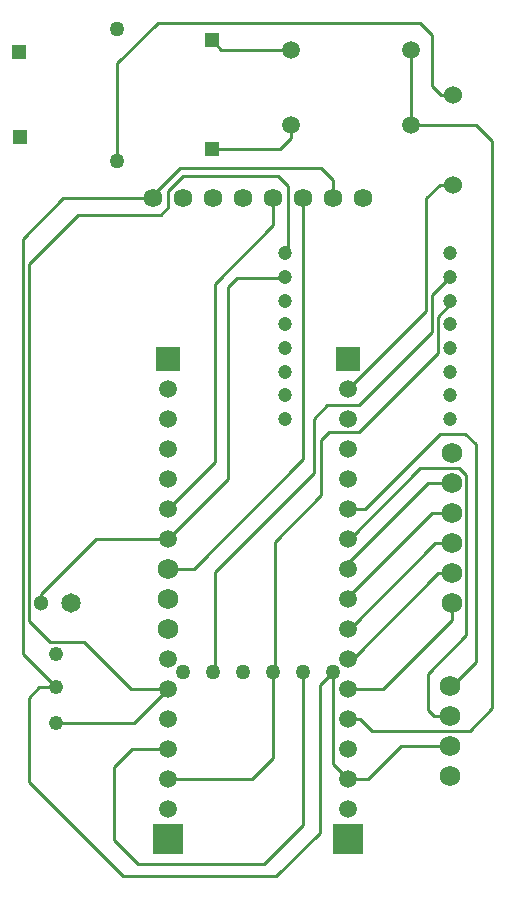
<source format=gtl>
G04 Layer: TopLayer*
G04 EasyEDA v6.5.40, 2024-06-27 16:13:32*
G04 238aab5cf2124ce88d5ddd1cd96433f3,df7e7e3c38a3447abd37b529b333d242,10*
G04 Gerber Generator version 0.2*
G04 Scale: 100 percent, Rotated: No, Reflected: No *
G04 Dimensions in millimeters *
G04 leading zeros omitted , absolute positions ,4 integer and 5 decimal *
%FSLAX45Y45*%
%MOMM*%

%ADD10C,0.2540*%
%ADD11R,1.2600X1.2600*%
%ADD12C,1.2000*%
%ADD13C,1.5900*%
%ADD14C,1.2600*%
%ADD15C,1.5240*%
%ADD16C,1.7500*%
%ADD17C,1.2116*%
%ADD18C,1.3000*%
%ADD19C,1.6510*%
%ADD20C,1.7500*%
%ADD21C,1.5000*%
%ADD22R,2.0000X2.0000*%
%ADD23R,2.5400X2.5400*%

%LPD*%
D10*
X1447800Y5511800D02*
G01*
X1447800Y6337300D01*
X1790700Y6680200D01*
X4013200Y6680200D01*
X4114800Y6578600D01*
X4114800Y6146800D01*
X4191000Y6070600D01*
X4292600Y6070600D01*
X1879600Y1041400D02*
G01*
X1562100Y1041400D01*
X1168400Y1435100D01*
X876300Y1435100D01*
X698500Y1612900D01*
X698500Y4635500D01*
X1117600Y5054600D01*
X1816100Y5054600D01*
X1879600Y5118100D01*
X1879600Y5257800D01*
X2006600Y5384800D01*
X2806700Y5384800D01*
X2895600Y5295900D01*
X2895600Y4752797D01*
X2868701Y4725898D01*
X1752600Y5192191D02*
G01*
X1752600Y5219700D01*
X1981200Y5448300D01*
X3175000Y5448300D01*
X3276600Y5346700D01*
X3276600Y5192191D01*
X4268724Y4526026D02*
G01*
X4114800Y4372102D01*
X4114800Y4064000D01*
X3492500Y3441700D01*
X3225800Y3441700D01*
X3111500Y3327400D01*
X3111500Y2870200D01*
X2273300Y2032000D01*
X2273300Y1194562D01*
X2260600Y1181862D01*
X3022600Y5192268D02*
G01*
X3022600Y2984500D01*
X2095500Y2057400D01*
X1879600Y2057400D01*
X927100Y1054100D02*
G01*
X787400Y1054100D01*
X698500Y965200D01*
X698500Y254000D01*
X1498600Y-546100D01*
X2794000Y-546100D01*
X3162300Y-177800D01*
X3162300Y1067688D01*
X3276600Y1181988D01*
X927100Y1054100D02*
G01*
X647700Y1333500D01*
X647700Y4851400D01*
X990600Y5194300D01*
X1752600Y5192268D01*
X3937000Y5816600D02*
G01*
X4483100Y5816600D01*
X4622800Y5676900D01*
X4622800Y876300D01*
X4432300Y685800D01*
X3606800Y685800D01*
X3505200Y787400D01*
X3403600Y787400D01*
X4268724Y4325873D02*
G01*
X4268724Y4294123D01*
X4165600Y4191000D01*
X4165600Y3886200D01*
X3492500Y3213100D01*
X3238500Y3213100D01*
X3175000Y3149600D01*
X3175000Y2679700D01*
X2781300Y2286000D01*
X2781300Y1194562D01*
X2768600Y1181862D01*
X3403600Y3581400D02*
G01*
X4064000Y4241800D01*
X4064000Y5194300D01*
X4178300Y5308600D01*
X4292600Y5308600D01*
X1879600Y2311400D02*
G01*
X2387600Y2819400D01*
X2387600Y4445000D01*
X2463800Y4521200D01*
X2864002Y4521200D01*
X2868701Y4525898D01*
X1879600Y2565400D02*
G01*
X2273300Y2959100D01*
X2273300Y4470400D01*
X2768600Y4965700D01*
X2768600Y5192191D01*
X3403600Y2311400D02*
G01*
X3416300Y2311400D01*
X4013200Y2908300D01*
X4343400Y2908300D01*
X4404359Y2847339D01*
X4404359Y1496060D01*
X4076700Y1168400D01*
X4076700Y863600D01*
X4127500Y812800D01*
X4267200Y812800D01*
X4267200Y1066800D02*
G01*
X4279900Y1066800D01*
X4483100Y1270000D01*
X4483100Y3111500D01*
X4394200Y3200400D01*
X4178300Y3200400D01*
X3543300Y2565400D01*
X3403600Y2565400D01*
X3403600Y279400D02*
G01*
X3568700Y279400D01*
X3848100Y558800D01*
X4267200Y558800D01*
X3403600Y2057400D02*
G01*
X3403600Y2108200D01*
X4076700Y2781300D01*
X4279900Y2781300D01*
X3403600Y1803400D02*
G01*
X3403600Y1816100D01*
X4114800Y2527300D01*
X4279900Y2527300D01*
X3403600Y1549400D02*
G01*
X3416300Y1549400D01*
X4140200Y2273300D01*
X4279900Y2273300D01*
X3403600Y1295400D02*
G01*
X3441700Y1295400D01*
X4165600Y2019300D01*
X4279900Y2019300D01*
X3403600Y1041400D02*
G01*
X3695700Y1041400D01*
X4279900Y1625600D01*
X4279900Y1765300D01*
X2768600Y1181988D02*
G01*
X2768600Y457200D01*
X2590800Y279400D01*
X1879600Y279400D01*
X3022600Y1181862D02*
G01*
X3022600Y-114300D01*
X2692400Y-444500D01*
X1625600Y-444500D01*
X1422400Y-241300D01*
X1422400Y381000D01*
X1574800Y533400D01*
X1879600Y533400D01*
X3276600Y1181988D02*
G01*
X3276600Y406400D01*
X3403600Y279400D01*
X1854200Y1841500D02*
G01*
X1892300Y1841500D01*
X3937000Y5816600D02*
G01*
X3937000Y6451600D01*
X927100Y749300D02*
G01*
X1587500Y749300D01*
X1879600Y1041400D01*
X800100Y1765300D02*
G01*
X800100Y1841500D01*
X1270000Y2311400D01*
X1879600Y2311400D01*
X2247900Y5611799D02*
G01*
X2830499Y5611799D01*
X2921000Y5702300D01*
X2921000Y5816600D01*
X2247900Y6529323D02*
G01*
X2324100Y6451600D01*
X2921000Y6451600D01*
D11*
G01*
X620699Y6429400D03*
G01*
X626694Y5711799D03*
D12*
G01*
X2868701Y3325901D03*
G01*
X2868701Y3525901D03*
G01*
X2868701Y3725900D03*
G01*
X2868701Y3925900D03*
G01*
X2868701Y4125899D03*
G01*
X2868701Y4325899D03*
G01*
X2868701Y4525898D03*
G01*
X2868701Y4725898D03*
G01*
X4268698Y4725898D03*
G01*
X4268698Y4525898D03*
G01*
X4268698Y4325899D03*
G01*
X4268698Y4125899D03*
G01*
X4268698Y3925900D03*
G01*
X4268698Y3725900D03*
G01*
X4268698Y3525901D03*
G01*
X4268698Y3325901D03*
D13*
G01*
X1752600Y5192191D03*
G01*
X2006600Y5192191D03*
G01*
X2260600Y5192191D03*
G01*
X2514600Y5192191D03*
G01*
X2768600Y5192191D03*
G01*
X3022600Y5192191D03*
G01*
X3276600Y5192191D03*
G01*
X3530600Y5192191D03*
D14*
G01*
X1447901Y5511800D03*
G01*
X1447901Y6629400D03*
D11*
G01*
X2247900Y5611799D03*
G01*
X2247900Y6529400D03*
D15*
G01*
X4292600Y5308600D03*
G01*
X4292600Y6070600D03*
D16*
G01*
X4279900Y1765300D03*
G01*
X4279900Y2019300D03*
G01*
X4279900Y2273300D03*
G01*
X4279900Y2527300D03*
G01*
X4279900Y2781300D03*
G01*
X4279900Y3035300D03*
D17*
G01*
X927100Y1333500D03*
G01*
X927100Y1054100D03*
G01*
X927100Y749300D03*
D18*
G01*
X800100Y1765300D03*
D19*
G01*
X1054100Y1765300D03*
D20*
G01*
X4267200Y1066800D03*
G01*
X4267200Y812800D03*
G01*
X4267200Y558800D03*
G01*
X4267200Y304800D03*
D14*
G01*
X2006600Y1181988D03*
G01*
X2260600Y1181988D03*
G01*
X2514600Y1181988D03*
G01*
X2768600Y1181988D03*
G01*
X3022600Y1181988D03*
G01*
X3276600Y1181988D03*
D21*
G01*
X2921000Y6451600D03*
G01*
X3937000Y6451600D03*
G01*
X3937000Y5816600D03*
G01*
X2921000Y5816600D03*
G01*
X1879600Y3581400D03*
G01*
X1879600Y3327400D03*
G01*
X1879600Y3073400D03*
G01*
X1879600Y2819400D03*
G01*
X1879600Y2565400D03*
G01*
X1879600Y2311400D03*
D16*
G01*
X1879600Y2057400D03*
G01*
X1879600Y1803400D03*
G01*
X1879600Y1549400D03*
D21*
G01*
X1879600Y1295400D03*
G01*
X1879600Y1041400D03*
G01*
X1879600Y787400D03*
G01*
X1879600Y533400D03*
G01*
X1879600Y279400D03*
G01*
X1879600Y25400D03*
G01*
X3403600Y25400D03*
G01*
X3403600Y279400D03*
G01*
X3403600Y533400D03*
G01*
X3403600Y787400D03*
G01*
X3403600Y1041400D03*
G01*
X3403600Y1295400D03*
G01*
X3403600Y1549400D03*
G01*
X3403600Y1803400D03*
G01*
X3403600Y2057400D03*
G01*
X3403600Y2311400D03*
G01*
X3403600Y2565400D03*
G01*
X3403600Y2819400D03*
G01*
X3403600Y3073400D03*
G01*
X3403600Y3327400D03*
G01*
X3403600Y3581400D03*
D22*
G01*
X3403600Y3835400D03*
G01*
X1879600Y3835400D03*
D23*
G01*
X1879600Y-228600D03*
G01*
X3403600Y-228600D03*
M02*

</source>
